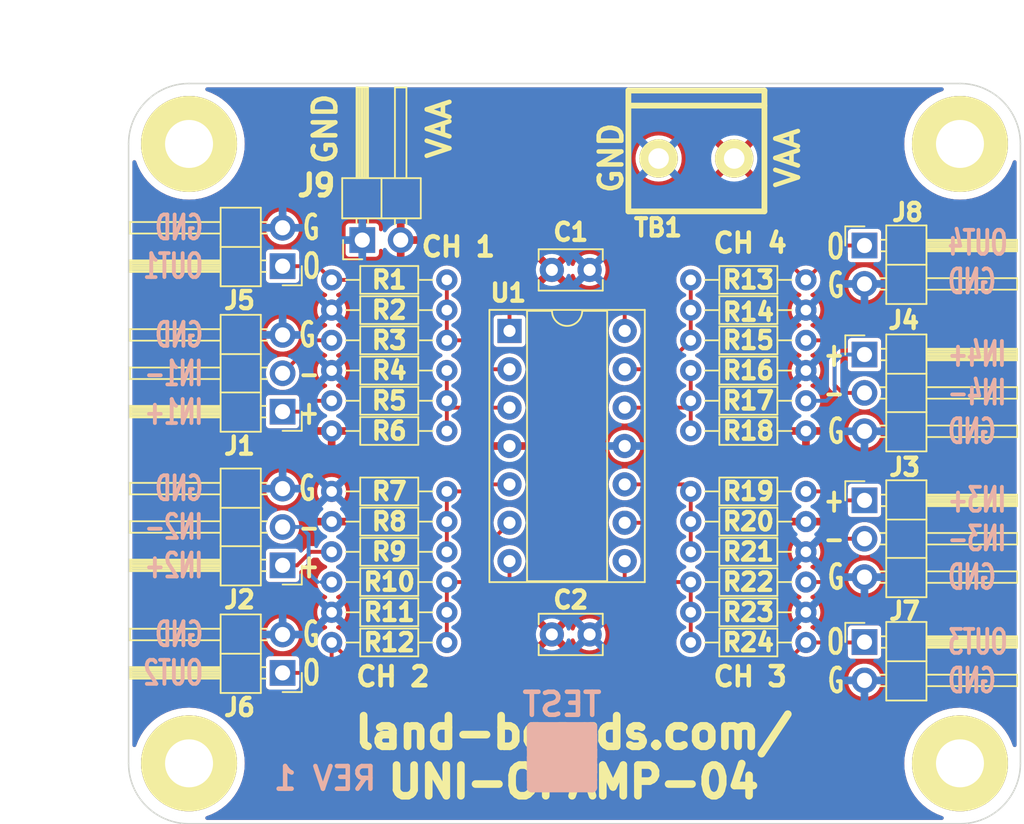
<source format=kicad_pcb>
(kicad_pcb (version 20211014) (generator pcbnew)
  (title_block (title "UNI-OPAMP-04") (date "2022-07-25") (rev "1") (company "LAND BOARDS, LLC"))
  (layers (0 "F.Cu" signal) (31 "B.Cu" signal) (36 "B.SilkS" user "B.Silkscreen") (37 "F.SilkS" user "F.Silkscreen") (38 "B.Mask" user) (39 "F.Mask" user) (44 "Edge.Cuts" user))
  (net 0 "")
  (net 1 "GND")
  (net 2 "VAA")
  (net 3 "/I1+")
  (net 4 "/I1-")
  (net 5 "/O1")
  (net 6 "/I2+")
  (net 7 "/I2-")
  (net 8 "/O2")
  (net 9 "/I3+")
  (net 10 "/I3-")
  (net 11 "/O3")
  (net 12 "/I4+")
  (net 13 "/I4-")
  (net 14 "/O4")
  (net 19 "/A2+")
  (net 20 "/A2-")
  (net 21 "/A3-")
  (net 22 "/A3+")
  (net 23 "/A4-")
  (net 24 "/A4+")
  (net 25 "/A1-")
  (net 26 "/A1+")
  (footprint "Package_DIP:DIP-14_W7.62mm_Socket" (layer "F.Cu") (at 55.2 41.375)
    (fp_text reference "U1" (at -0.082 -2.513) (layer "F.SilkS") (effects (font (size 1.143 1.143) (thickness 0.3048))))
    (fp_text value "LM324N")
    (pad "1" thru_hole rect (at 0 0) (size 1.6 1.6) (drill 0.8) (layers *.Cu *.Mask) (net 5 "/O1"))
    (pad "2" thru_hole oval (at 0 2.54) (size 1.6 1.6) (drill 0.8) (layers *.Cu *.Mask) (net 25 "/A1-"))
    (pad "3" thru_hole oval (at 0 5.08) (size 1.6 1.6) (drill 0.8) (layers *.Cu *.Mask) (net 26 "/A1+"))
    (pad "4" thru_hole oval (at 0 7.62) (size 1.6 1.6) (drill 0.8) (layers *.Cu *.Mask) (net 2 "VAA"))
    (pad "5" thru_hole oval (at 0 10.16) (size 1.6 1.6) (drill 0.8) (layers *.Cu *.Mask) (net 19 "/A2+"))
    (pad "6" thru_hole oval (at 0 12.7) (size 1.6 1.6) (drill 0.8) (layers *.Cu *.Mask) (net 20 "/A2-"))
    (pad "7" thru_hole oval (at 0 15.24) (size 1.6 1.6) (drill 0.8) (layers *.Cu *.Mask) (net 8 "/O2"))
    (pad "8" thru_hole oval (at 7.62 15.24) (size 1.6 1.6) (drill 0.8) (layers *.Cu *.Mask) (net 11 "/O3"))
    (pad "9" thru_hole oval (at 7.62 12.7) (size 1.6 1.6) (drill 0.8) (layers *.Cu *.Mask) (net 21 "/A3-"))
    (pad "10" thru_hole oval (at 7.62 10.16) (size 1.6 1.6) (drill 0.8) (layers *.Cu *.Mask) (net 22 "/A3+"))
    (pad "11" thru_hole oval (at 7.62 7.62) (size 1.6 1.6) (drill 0.8) (layers *.Cu *.Mask) (net 1 "GND"))
    (pad "12" thru_hole oval (at 7.62 5.08) (size 1.6 1.6) (drill 0.8) (layers *.Cu *.Mask) (net 24 "/A4+"))
    (pad "13" thru_hole oval (at 7.62 2.54) (size 1.6 1.6) (drill 0.8) (layers *.Cu *.Mask) (net 23 "/A4-"))
    (pad "14" thru_hole oval (at 7.62 0) (size 1.6 1.6) (drill 0.8) (layers *.Cu *.Mask) (net 14 "/O4"))
  )
  (footprint "Capacitor_THT:C_Rect_L4.0mm_W2.5mm_P2.50mm" (layer "F.Cu") (at 58 61.468)
    (fp_text reference "C2" (at 1.25 -2.286) (layer "F.SilkS") (effects (font (size 1.143 1.143) (thickness 0.3048))))
    (fp_text value "0.1uF")
    (pad "1" thru_hole circle (at 0 0) (size 1.6 1.6) (drill 0.8) (layers *.Cu *.Mask) (net 2 "VAA"))
    (pad "2" thru_hole circle (at 2.5 0) (size 1.6 1.6) (drill 0.8) (layers *.Cu *.Mask) (net 1 "GND"))
  )
  (footprint "Capacitor_THT:C_Rect_L4.0mm_W2.5mm_P2.50mm" (layer "F.Cu") (at 58 37.338)
    (fp_text reference "C1" (at 1.25 -2.5) (layer "F.SilkS") (effects (font (size 1.143 1.143) (thickness 0.3048))))
    (fp_text value "0.1uF")
    (pad "1" thru_hole circle (at 0 0) (size 1.6 1.6) (drill 0.8) (layers *.Cu *.Mask) (net 2 "VAA"))
    (pad "2" thru_hole circle (at 2.5 0) (size 1.6 1.6) (drill 0.8) (layers *.Cu *.Mask) (net 1 "GND"))
  )
  (footprint "MTG-4-40" (layer "F.Cu") (at 34 29)
    (fp_text reference "MTG4" hide)
    (fp_text value "CONN_1" hide)
    (pad "1" thru_hole circle locked (at 0 0) (size 6.35 6.35) (drill 3.175) (layers *.Cu *.Mask "F.SilkS") (clearance 0.508))
  )
  (footprint "MTG-4-40" (layer "F.Cu") (at 85 29)
    (fp_text reference "MTG3" hide)
    (fp_text value "CONN_1" hide)
    (pad "1" thru_hole circle locked (at 0 0) (size 6.35 6.35) (drill 3.175) (layers *.Cu *.Mask "F.SilkS") (clearance 0.508))
  )
  (footprint "MTG-4-40" (layer "F.Cu") (at 34 70)
    (fp_text reference "MTG2" hide)
    (fp_text value "CONN_1" hide)
    (pad "1" thru_hole circle locked (at 0 0) (size 6.35 6.35) (drill 3.175) (layers *.Cu *.Mask "F.SilkS") (clearance 0.508))
  )
  (footprint "MTG-4-40" (layer "F.Cu") (at 85 70)
    (fp_text reference "MTG1" hide)
    (fp_text value "CONN_1" hide)
    (pad "1" thru_hole circle locked (at 0 0) (size 6.35 6.35) (drill 3.175) (layers *.Cu *.Mask "F.SilkS") (clearance 0.508))
  )
  (footprint "dougsLib:TB2-5MM" (layer "F.Cu") (at 65.064 29.964)
    (fp_text reference "TB1" (at -0.04 4.58) (layer "F.SilkS") (effects (font (size 1.143 1.143) (thickness 0.3048))))
    (fp_text value "CONN_2" hide)
    (pad "1" thru_hole circle locked (at 0 0) (size 2.54 2.54) (drill 1.3589) (layers *.Cu *.Mask "F.SilkS") (net 1 "GND"))
    (pad "2" thru_hole circle locked (at 5 0) (size 2.54 2.54) (drill 1.3589) (layers *.Cu *.Mask "F.SilkS") (net 2 "VAA"))
  )
  (footprint "Resistor_THT:R_Axial_DIN0204_L3.6mm_D1.6mm_P7.62mm_Horizontal" (layer "F.Cu") (at 43.434 46)
    (fp_text reference "R5" (at 3.81 0) (layer "F.SilkS") (effects (font (size 1.143 1.143) (thickness 0.3048))))
    (fp_text value "TBD")
    (pad "1" thru_hole circle (at 0 0) (size 1.4 1.4) (drill 0.7) (layers *.Cu *.Mask) (net 3 "/I1+"))
    (pad "2" thru_hole oval (at 7.62 0) (size 1.4 1.4) (drill 0.7) (layers *.Cu *.Mask) (net 26 "/A1+"))
  )
  (footprint "Resistor_THT:R_Axial_DIN0204_L3.6mm_D1.6mm_P7.62mm_Horizontal" (layer "F.Cu") (at 43.434 44)
    (fp_text reference "R4" (at 3.81 0) (layer "F.SilkS") (effects (font (size 1.143 1.143) (thickness 0.3048))))
    (fp_text value "TBD")
    (pad "1" thru_hole circle (at 0 0) (size 1.4 1.4) (drill 0.7) (layers *.Cu *.Mask) (net 1 "GND"))
    (pad "2" thru_hole oval (at 7.62 0) (size 1.4 1.4) (drill 0.7) (layers *.Cu *.Mask) (net 26 "/A1+"))
  )
  (footprint "Resistor_THT:R_Axial_DIN0204_L3.6mm_D1.6mm_P7.62mm_Horizontal" (layer "F.Cu") (at 43.434 40)
    (fp_text reference "R2" (at 3.81 0) (layer "F.SilkS") (effects (font (size 1.143 1.143) (thickness 0.3048))))
    (fp_text value "TBD")
    (pad "1" thru_hole circle (at 0 0) (size 1.4 1.4) (drill 0.7) (layers *.Cu *.Mask) (net 1 "GND"))
    (pad "2" thru_hole oval (at 7.62 0) (size 1.4 1.4) (drill 0.7) (layers *.Cu *.Mask) (net 25 "/A1-"))
  )
  (footprint "Resistor_THT:R_Axial_DIN0204_L3.6mm_D1.6mm_P7.62mm_Horizontal" (layer "F.Cu") (at 43.434 42)
    (fp_text reference "R3" (at 3.81 0) (layer "F.SilkS") (effects (font (size 1.143 1.143) (thickness 0.3048))))
    (fp_text value "TBD")
    (pad "1" thru_hole circle (at 0 0) (size 1.4 1.4) (drill 0.7) (layers *.Cu *.Mask) (net 4 "/I1-"))
    (pad "2" thru_hole oval (at 7.62 0) (size 1.4 1.4) (drill 0.7) (layers *.Cu *.Mask) (net 25 "/A1-"))
  )
  (footprint "Resistor_THT:R_Axial_DIN0204_L3.6mm_D1.6mm_P7.62mm_Horizontal" (layer "F.Cu") (at 43.434 56)
    (fp_text reference "R9" (at 3.81 0) (layer "F.SilkS") (effects (font (size 1.143 1.143) (thickness 0.28575))))
    (fp_text value "TBD")
    (pad "1" thru_hole circle (at 0 0) (size 1.4 1.4) (drill 0.7) (layers *.Cu *.Mask) (net 6 "/I2+"))
    (pad "2" thru_hole oval (at 7.62 0) (size 1.4 1.4) (drill 0.7) (layers *.Cu *.Mask) (net 19 "/A2+"))
  )
  (footprint "Resistor_THT:R_Axial_DIN0204_L3.6mm_D1.6mm_P7.62mm_Horizontal" (layer "F.Cu") (at 43.434 52)
    (fp_text reference "R7" (at 3.81 0) (layer "F.SilkS") (effects (font (size 1.143 1.143) (thickness 0.28575))))
    (fp_text value "TBD")
    (pad "1" thru_hole circle (at 0 0) (size 1.4 1.4) (drill 0.7) (layers *.Cu *.Mask) (net 1 "GND"))
    (pad "2" thru_hole oval (at 7.62 0) (size 1.4 1.4) (drill 0.7) (layers *.Cu *.Mask) (net 19 "/A2+"))
  )
  (footprint "Resistor_THT:R_Axial_DIN0204_L3.6mm_D1.6mm_P7.62mm_Horizontal" (layer "F.Cu") (at 43.434 60)
    (fp_text reference "R11" (at 3.81 0) (layer "F.SilkS") (effects (font (size 1.143 1.143) (thickness 0.3048))))
    (fp_text value "TBD")
    (pad "1" thru_hole circle (at 0 0) (size 1.4 1.4) (drill 0.7) (layers *.Cu *.Mask) (net 1 "GND"))
    (pad "2" thru_hole oval (at 7.62 0) (size 1.4 1.4) (drill 0.7) (layers *.Cu *.Mask) (net 20 "/A2-"))
  )
  (footprint "Resistor_THT:R_Axial_DIN0204_L3.6mm_D1.6mm_P7.62mm_Horizontal" (layer "F.Cu") (at 43.434 58)
    (fp_text reference "R10" (at 3.81 0) (layer "F.SilkS") (effects (font (size 1.143 1.143) (thickness 0.28575))))
    (fp_text value "TBD")
    (pad "1" thru_hole circle (at 0 0) (size 1.4 1.4) (drill 0.7) (layers *.Cu *.Mask) (net 7 "/I2-"))
    (pad "2" thru_hole oval (at 7.62 0) (size 1.4 1.4) (drill 0.7) (layers *.Cu *.Mask) (net 20 "/A2-"))
  )
  (footprint "Resistor_THT:R_Axial_DIN0204_L3.6mm_D1.6mm_P7.62mm_Horizontal" (layer "F.Cu") (at 51.054 62 180)
    (fp_text reference "R12" (at 3.81 0 180) (layer "F.SilkS") (effects (font (size 1.143 1.143) (thickness 0.3048))))
    (fp_text value "TBD")
    (pad "1" thru_hole circle (at 0 0 180) (size 1.4 1.4) (drill 0.7) (layers *.Cu *.Mask) (net 20 "/A2-"))
    (pad "2" thru_hole oval (at 7.62 0 180) (size 1.4 1.4) (drill 0.7) (layers *.Cu *.Mask) (net 8 "/O2"))
  )
  (footprint "Resistor_THT:R_Axial_DIN0204_L3.6mm_D1.6mm_P7.62mm_Horizontal" (layer "F.Cu") (at 51.054 38 180)
    (fp_text reference "R1" (at 3.81 0 180) (layer "F.SilkS") (effects (font (size 1.143 1.143) (thickness 0.28575))))
    (fp_text value "TBD")
    (pad "1" thru_hole circle (at 0 0 180) (size 1.4 1.4) (drill 0.7) (layers *.Cu *.Mask) (net 25 "/A1-"))
    (pad "2" thru_hole oval (at 7.62 0 180) (size 1.4 1.4) (drill 0.7) (layers *.Cu *.Mask) (net 5 "/O1"))
  )
  (footprint "Resistor_THT:R_Axial_DIN0204_L3.6mm_D1.6mm_P7.62mm_Horizontal" (layer "F.Cu") (at 74.81 52 180)
    (fp_text reference "R19" (at 3.81 0) (layer "F.SilkS") (effects (font (size 1.143 1.143) (thickness 0.3048))))
    (fp_text value "TBD")
    (pad "1" thru_hole circle (at 0 0 180) (size 1.4 1.4) (drill 0.7) (layers *.Cu *.Mask) (net 9 "/I3+"))
    (pad "2" thru_hole oval (at 7.62 0 180) (size 1.4 1.4) (drill 0.7) (layers *.Cu *.Mask) (net 22 "/A3+"))
  )
  (footprint "Resistor_THT:R_Axial_DIN0204_L3.6mm_D1.6mm_P7.62mm_Horizontal" (layer "F.Cu") (at 74.81 56 180)
    (fp_text reference "R21" (at 3.81 0) (layer "F.SilkS") (effects (font (size 1.143 1.143) (thickness 0.28575))))
    (fp_text value "TBD")
    (pad "1" thru_hole circle (at 0 0 180) (size 1.4 1.4) (drill 0.7) (layers *.Cu *.Mask) (net 1 "GND"))
    (pad "2" thru_hole oval (at 7.62 0 180) (size 1.4 1.4) (drill 0.7) (layers *.Cu *.Mask) (net 22 "/A3+"))
  )
  (footprint "Resistor_THT:R_Axial_DIN0204_L3.6mm_D1.6mm_P7.62mm_Horizontal" (layer "F.Cu") (at 74.81 60 180)
    (fp_text reference "R23" (at 3.81 0) (layer "F.SilkS") (effects (font (size 1.143 1.143) (thickness 0.28575))))
    (fp_text value "TBD")
    (pad "1" thru_hole circle (at 0 0 180) (size 1.4 1.4) (drill 0.7) (layers *.Cu *.Mask) (net 1 "GND"))
    (pad "2" thru_hole oval (at 7.62 0 180) (size 1.4 1.4) (drill 0.7) (layers *.Cu *.Mask) (net 21 "/A3-"))
  )
  (footprint "Resistor_THT:R_Axial_DIN0204_L3.6mm_D1.6mm_P7.62mm_Horizontal" (layer "F.Cu") (at 74.81 58 180)
    (fp_text reference "R22" (at 3.81 0) (layer "F.SilkS") (effects (font (size 1.143 1.143) (thickness 0.28575))))
    (fp_text value "TBD")
    (pad "1" thru_hole circle (at 0 0 180) (size 1.4 1.4) (drill 0.7) (layers *.Cu *.Mask) (net 10 "/I3-"))
    (pad "2" thru_hole oval (at 7.62 0 180) (size 1.4 1.4) (drill 0.7) (layers *.Cu *.Mask) (net 21 "/A3-"))
  )
  (footprint "Resistor_THT:R_Axial_DIN0204_L3.6mm_D1.6mm_P7.62mm_Horizontal" (layer "F.Cu") (at 74.81 46 180)
    (fp_text reference "R17" (at 3.81 0) (layer "F.SilkS") (effects (font (size 1.143 1.143) (thickness 0.28575))))
    (fp_text value "TBD")
    (pad "1" thru_hole circle (at 0 0 180) (size 1.4 1.4) (drill 0.7) (layers *.Cu *.Mask) (net 12 "/I4+"))
    (pad "2" thru_hole oval (at 7.62 0 180) (size 1.4 1.4) (drill 0.7) (layers *.Cu *.Mask) (net 24 "/A4+"))
  )
  (footprint "Resistor_THT:R_Axial_DIN0204_L3.6mm_D1.6mm_P7.62mm_Horizontal" (layer "F.Cu") (at 74.81 44 180)
    (fp_text reference "R16" (at 3.81 0) (layer "F.SilkS") (effects (font (size 1.143 1.143) (thickness 0.28575))))
    (fp_text value "TBD")
    (pad "1" thru_hole circle (at 0 0 180) (size 1.4 1.4) (drill 0.7) (layers *.Cu *.Mask) (net 1 "GND"))
    (pad "2" thru_hole oval (at 7.62 0 180) (size 1.4 1.4) (drill 0.7) (layers *.Cu *.Mask) (net 24 "/A4+"))
  )
  (footprint "Resistor_THT:R_Axial_DIN0204_L3.6mm_D1.6mm_P7.62mm_Horizontal" (layer "F.Cu") (at 74.81 40 180)
    (fp_text reference "R14" (at 3.81 -0.132) (layer "F.SilkS") (effects (font (size 1.143 1.143) (thickness 0.28575))))
    (fp_text value "TBD")
    (pad "1" thru_hole circle (at 0 0 180) (size 1.4 1.4) (drill 0.7) (layers *.Cu *.Mask) (net 1 "GND"))
    (pad "2" thru_hole oval (at 7.62 0 180) (size 1.4 1.4) (drill 0.7) (layers *.Cu *.Mask) (net 23 "/A4-"))
  )
  (footprint "Resistor_THT:R_Axial_DIN0204_L3.6mm_D1.6mm_P7.62mm_Horizontal" (layer "F.Cu") (at 74.81 42 180)
    (fp_text reference "R15" (at 3.81 0) (layer "F.SilkS") (effects (font (size 1.143 1.143) (thickness 0.3048))))
    (fp_text value "TBD")
    (pad "1" thru_hole circle (at 0 0 180) (size 1.4 1.4) (drill 0.7) (layers *.Cu *.Mask) (net 13 "/I4-"))
    (pad "2" thru_hole oval (at 7.62 0 180) (size 1.4 1.4) (drill 0.7) (layers *.Cu *.Mask) (net 23 "/A4-"))
  )
  (footprint "Resistor_THT:R_Axial_DIN0204_L3.6mm_D1.6mm_P7.62mm_Horizontal" (layer "F.Cu") (at 67.19 38)
    (fp_text reference "R13" (at 3.81 0) (layer "F.SilkS") (effects (font (size 1.143 1.143) (thickness 0.3048))))
    (fp_text value "TBD")
    (pad "1" thru_hole circle (at 0 0) (size 1.4 1.4) (drill 0.7) (layers *.Cu *.Mask) (net 23 "/A4-"))
    (pad "2" thru_hole oval (at 7.62 0) (size 1.4 1.4) (drill 0.7) (layers *.Cu *.Mask) (net 14 "/O4"))
  )
  (footprint "Resistor_THT:R_Axial_DIN0204_L3.6mm_D1.6mm_P7.62mm_Horizontal" (layer "F.Cu") (at 67.19 62)
    (fp_text reference "R24" (at 3.81 0) (layer "F.SilkS") (effects (font (size 1.143 1.143) (thickness 0.28575))))
    (fp_text value "TBD")
    (pad "1" thru_hole circle (at 0 0) (size 1.4 1.4) (drill 0.7) (layers *.Cu *.Mask) (net 21 "/A3-"))
    (pad "2" thru_hole oval (at 7.62 0) (size 1.4 1.4) (drill 0.7) (layers *.Cu *.Mask) (net 11 "/O3"))
  )
  (footprint "Resistor_THT:R_Axial_DIN0204_L3.6mm_D1.6mm_P7.62mm_Horizontal" (layer "F.Cu") (at 51.054 48 180)
    (fp_text reference "R6" (at 3.81 0) (layer "F.SilkS") (effects (font (size 1.143 1.143) (thickness 0.3048))))
    (fp_text value "TBD")
    (pad "1" thru_hole circle (at 0 0 180) (size 1.4 1.4) (drill 0.7) (layers *.Cu *.Mask) (net 26 "/A1+"))
    (pad "2" thru_hole oval (at 7.62 0 180) (size 1.4 1.4) (drill 0.7) (layers *.Cu *.Mask) (net 2 "VAA"))
  )
  (footprint "Resistor_THT:R_Axial_DIN0204_L3.6mm_D1.6mm_P7.62mm_Horizontal" (layer "F.Cu") (at 51.054 54 180)
    (fp_text reference "R8" (at 3.81 0 180) (layer "F.SilkS") (effects (font (size 1.143 1.143) (thickness 0.28575))))
    (fp_text value "TBD")
    (pad "1" thru_hole circle (at 0 0 180) (size 1.4 1.4) (drill 0.7) (layers *.Cu *.Mask) (net 19 "/A2+"))
    (pad "2" thru_hole oval (at 7.62 0 180) (size 1.4 1.4) (drill 0.7) (layers *.Cu *.Mask) (net 2 "VAA"))
  )
  (footprint "Resistor_THT:R_Axial_DIN0204_L3.6mm_D1.6mm_P7.62mm_Horizontal" (layer "F.Cu") (at 67.19 54)
    (fp_text reference "R20" (at 3.81 0) (layer "F.SilkS") (effects (font (size 1.143 1.143) (thickness 0.3048))))
    (fp_text value "TBD")
    (pad "1" thru_hole circle (at 0 0) (size 1.4 1.4) (drill 0.7) (layers *.Cu *.Mask) (net 22 "/A3+"))
    (pad "2" thru_hole oval (at 7.62 0) (size 1.4 1.4) (drill 0.7) (layers *.Cu *.Mask) (net 2 "VAA"))
  )
  (footprint "Resistor_THT:R_Axial_DIN0204_L3.6mm_D1.6mm_P7.62mm_Horizontal" (layer "F.Cu") (at 67.19 48)
    (fp_text reference "R18" (at 3.81 0) (layer "F.SilkS") (effects (font (size 1.143 1.143) (thickness 0.28575))))
    (fp_text value "TBD")
    (pad "1" thru_hole circle (at 0 0) (size 1.4 1.4) (drill 0.7) (layers *.Cu *.Mask) (net 24 "/A4+"))
    (pad "2" thru_hole oval (at 7.62 0) (size 1.4 1.4) (drill 0.7) (layers *.Cu *.Mask) (net 2 "VAA"))
  )
  (footprint "Connector_PinHeader_2.54mm:PinHeader_1x02_P2.54mm_Horizontal" (layer "F.Cu") (at 45.461 35.363 90)
    (fp_text reference "J9" (at 3.613 -3.043 180) (layer "F.SilkS") (effects (font (size 1.397 1.397) (thickness 0.34925))))
    (fp_text value "CONN_01X02")
    (pad "1" thru_hole rect (at 0 0 90) (size 1.7 1.7) (drill 1) (layers *.Cu *.Mask) (net 1 "GND"))
    (pad "2" thru_hole oval (at 0 2.54 90) (size 1.7 1.7) (drill 1) (layers *.Cu *.Mask) (net 2 "VAA"))
  )
  (footprint "LandBoards_Marking:TEST_BLK-REAR" (layer "F.Cu") (at 58.674 69.596)
    (fp_text reference "TEST" (at 0 -3.5) (layer "B.SilkS") (effects (font (size 1.524 1.524) (thickness 0.3048)) (justify mirror)))
    (fp_text value "COUPON" hide)
  )
  (footprint "Connector_PinHeader_2.54mm:PinHeader_1x02_P2.54mm_Horizontal" (layer "F.Cu") (at 40.189 64.013 180)
    (fp_text reference "J6" (at 2.851 -2.281) (layer "F.SilkS") (effects (font (size 1.143 1.143) (thickness 0.28575))))
    (fp_text value "Conn_01x02")
    (pad "1" thru_hole rect (at 0 0 180) (size 1.7 1.7) (drill 1) (layers *.Cu *.Mask) (net 8 "/O2"))
    (pad "2" thru_hole oval (at 0 2.54 180) (size 1.7 1.7) (drill 1) (layers *.Cu *.Mask) (net 1 "GND"))
  )
  (footprint "Connector_PinHeader_2.54mm:PinHeader_1x02_P2.54mm_Horizontal" (layer "F.Cu") (at 78.683 35.725)
    (fp_text reference "J8" (at 2.851 -2.197) (layer "F.SilkS") (effects (font (size 1.143 1.143) (thickness 0.28575))))
    (fp_text value "Conn_01x02")
    (pad "1" thru_hole rect (at 0 0) (size 1.7 1.7) (drill 1) (layers *.Cu *.Mask) (net 14 "/O4"))
    (pad "2" thru_hole oval (at 0 2.54) (size 1.7 1.7) (drill 1) (layers *.Cu *.Mask) (net 1 "GND"))
  )
  (footprint "Connector_PinHeader_2.54mm:PinHeader_1x02_P2.54mm_Horizontal" (layer "F.Cu") (at 78.683 61.971)
    (fp_text reference "J7" (at 2.655 -2.051) (layer "F.SilkS") (effects (font (size 1.143 1.143) (thickness 0.28575))))
    (fp_text value "Conn_01x02")
    (pad "1" thru_hole rect (at 0 0) (size 1.7 1.7) (drill 1) (layers *.Cu *.Mask) (net 11 "/O3"))
    (pad "2" thru_hole oval (at 0 2.54) (size 1.7 1.7) (drill 1) (layers *.Cu *.Mask) (net 1 "GND"))
  )
  (footprint "Connector_PinHeader_2.54mm:PinHeader_1x03_P2.54mm_Horizontal" (layer "F.Cu") (at 40.189 46.721 180)
    (fp_text reference "J1" (at 2.851 -2.27) (layer "F.SilkS") (effects (font (size 1.143 1.143) (thickness 0.3048))))
    (fp_text value "Conn_01x03")
    (pad "1" thru_hole rect (at 0 0 180) (size 1.7 1.7) (drill 1) (layers *.Cu *.Mask) (net 3 "/I1+"))
    (pad "2" thru_hole oval (at 0 2.54 180) (size 1.7 1.7) (drill 1) (layers *.Cu *.Mask) (net 4 "/I1-"))
    (pad "3" thru_hole oval (at 0 5.08 180) (size 1.7 1.7) (drill 1) (layers *.Cu *.Mask) (net 1 "GND"))
  )
  (footprint "Connector_PinHeader_2.54mm:PinHeader_1x02_P2.54mm_Horizontal" (layer "F.Cu") (at 40.189 37.089 180)
    (fp_text reference "J5" (at 2.851 -2.27) (layer "F.SilkS") (effects (font (size 1.143 1.143) (thickness 0.28575))))
    (fp_text value "Conn_01x02")
    (pad "1" thru_hole rect (at 0 0 180) (size 1.7 1.7) (drill 1) (layers *.Cu *.Mask) (net 5 "/O1"))
    (pad "2" thru_hole oval (at 0 2.54 180) (size 1.7 1.7) (drill 1) (layers *.Cu *.Mask) (net 1 "GND"))
  )
  (footprint "Connector_PinHeader_2.54mm:PinHeader_1x03_P2.54mm_Horizontal" (layer "F.Cu") (at 78.683 52.593)
    (fp_text reference "J3" (at 2.655 -2.199) (layer "F.SilkS") (effects (font (size 1.143 1.143) (thickness 0.3048))))
    (fp_text value "Conn_01x03")
    (pad "1" thru_hole rect (at 0 0) (size 1.7 1.7) (drill 1) (layers *.Cu *.Mask) (net 9 "/I3+"))
    (pad "2" thru_hole oval (at 0 2.54) (size 1.7 1.7) (drill 1) (layers *.Cu *.Mask) (net 10 "/I3-"))
    (pad "3" thru_hole oval (at 0 5.08) (size 1.7 1.7) (drill 1) (layers *.Cu *.Mask) (net 1 "GND"))
  )
  (footprint "Connector_PinHeader_2.54mm:PinHeader_1x03_P2.54mm_Horizontal" (layer "F.Cu") (at 40.189 56.896 180)
    (fp_text reference "J2" (at 2.851 -2.27) (layer "F.SilkS") (effects (font (size 1.143 1.143) (thickness 0.3048))))
    (fp_text value "Conn_01x03")
    (pad "1" thru_hole rect (at 0 0 180) (size 1.7 1.7) (drill 1) (layers *.Cu *.Mask) (net 6 "/I2+"))
    (pad "2" thru_hole oval (at 0 2.54 180) (size 1.7 1.7) (drill 1) (layers *.Cu *.Mask) (net 7 "/I2-"))
    (pad "3" thru_hole oval (at 0 5.08 180) (size 1.7 1.7) (drill 1) (layers *.Cu *.Mask) (net 1 "GND"))
  )
  (footprint "Connector_PinHeader_2.54mm:PinHeader_1x03_P2.54mm_Horizontal" (layer "F.Cu") (at 78.683 42.941)
    (fp_text reference "J4" (at 2.597 -2.27) (layer "F.SilkS") (effects (font (size 1.143 1.143) (thickness 0.3048))))
    (fp_text value "Conn_01x03")
    (pad "1" thru_hole rect (at 0 0) (size 1.7 1.7) (drill 1) (layers *.Cu *.Mask) (net 12 "/I4+"))
    (pad "2" thru_hole oval (at 0 2.54) (size 1.7 1.7) (drill 1) (layers *.Cu *.Mask) (net 13 "/I4-"))
    (pad "3" thru_hole oval (at 0 5.08) (size 1.7 1.7) (drill 1) (layers *.Cu *.Mask) (net 1 "GND"))
  )
  (gr_line (start 34 25) (end 85 25) (layer "Edge.Cuts") (width 0.1))
  (gr_arc (start 89 70) (mid 87.828427 72.828427) (end 85 74) (layer "Edge.Cuts") (width 0.1))
  (gr_arc (start 85 25) (mid 87.828427 26.171573) (end 89 29) (layer "Edge.Cuts") (width 0.1))
  (gr_arc (start 30 29) (mid 31.171573 26.171573) (end 34 25) (layer "Edge.Cuts") (width 0.1))
  (gr_line (start 89 29) (end 89 70) (layer "Edge.Cuts") (width 0.1))
  (gr_arc (start 34 74) (mid 31.171573 72.828427) (end 30 70) (layer "Edge.Cuts") (width 0.1))
  (gr_line (start 85 74) (end 34 74) (layer "Edge.Cuts") (width 0.1))
  (gr_line (start 30 70) (end 30 29) (layer "Edge.Cuts") (width 0.1))
  (gr_text "GND\nIN1-\nIN1+" (at 35.052 44.196) (layer "B.SilkS") (effects (font (size 1.5875 1.016) (thickness 0.254)) (justify left mirror)))
  (gr_text "GND\nOUT2" (at 35.052 62.738) (layer "B.SilkS") (effects (font (size 1.5875 1.016) (thickness 0.254)) (justify left mirror)))
  (gr_text "IN3+\nIN3-\nGND" (at 84.074 55.118) (layer "B.SilkS") (effects (font (size 1.5875 1.016) (thickness 0.254)) (justify right mirror)))
  (gr_text "OUT3\nGND" (at 84.074 63.246) (layer "B.SilkS") (effects (font (size 1.5875 1.016) (thickness 0.254)) (justify right mirror)))
  (gr_text "REV 1" (at 43 71) (layer "B.SilkS") (effects (font (size 1.5 1.5) (thickness 0.3)) (justify mirror)))
  (gr_text "IN4+\nIN4-\nGND" (at 84.074 45.466) (layer "B.SilkS") (effects (font (size 1.5875 1.016) (thickness 0.254)) (justify right mirror)))
  (gr_text "GND\nOUT1" (at 35.052 35.814) (layer "B.SilkS") (effects (font (size 1.5875 1.016) (thickness 0.254)) (justify left mirror)))
  (gr_text "OUT4\nGND" (at 84.074 36.83) (layer "B.SilkS") (effects (font (size 1.5875 1.016) (thickness 0.254)) (justify right mirror)))
  (gr_text "GND\nIN2-\nIN2+" (at 35.052 54.356) (layer "B.SilkS") (effects (font (size 1.5875 1.016) (thickness 0.254)) (justify left mirror)))
  (gr_text "G\n-\n+" (at 41.148 54.356) (layer "F.SilkS") (effects (font (size 1.5875 1.016) (thickness 0.254)) (justify left)))
  (gr_text "G\nO" (at 41.402 35.814) (layer "F.SilkS") (effects (font (size 1.5875 1.016) (thickness 0.254)) (justify left)))
  (gr_text "O\nG" (at 77.47 37.084) (layer "F.SilkS") (effects (font (size 1.5875 1.016) (thickness 0.254)) (justify right)))
  (gr_text "G\n-\n+" (at 41.148 44.196) (layer "F.SilkS") (effects (font (size 1.5875 1.016) (thickness 0.254)) (justify left)))
  (gr_text "G\nO" (at 41.402 62.738) (layer "F.SilkS") (effects (font (size 1.5875 1.016) (thickness 0.254)) (justify left)))
  (gr_text "VAA" (at 73.604 29.928 90) (layer "F.SilkS") (effects (font (size 1.5 1.5) (thickness 0.3))))
  (gr_text "+\n-\nG" (at 77.47 45.466) (layer "F.SilkS") (effects (font (size 1.5875 1.016) (thickness 0.254)) (justify right)))
  (gr_text "CH 4" (at 71.12 35.56) (layer "F.SilkS") (effects (font (size 1.27 1.27) (thickness 0.3))))
  (gr_text "CH 3" (at 71.12 64.262) (layer "F.SilkS") (effects (font (size 1.27 1.27) (thickness 0.3))))
  (gr_text "CH 1" (at 51.816 35.814) (layer "F.SilkS") (effects (font (size 1.27 1.27) (thickness 0.3))))
  (gr_text "land-boards.com/\nUNI-OPAMP-04" (at 59.436 69.596) (layer "F.SilkS") (effects (font (size 2.032 2.032) (thickness 0.508))))
  (gr_text "+\n-\nG" (at 77.47 55.118) (layer "F.SilkS") (effects (font (size 1.5875 1.016) (thickness 0.254)) (justify right)))
  (gr_text "CH 2" (at 47.488 64.262) (layer "F.SilkS") (effects (font (size 1.27 1.27) (thickness 0.3))))
  (gr_text "GND" (at 61.92 29.928 90) (layer "F.SilkS") (effects (font (size 1.5 1.5) (thickness 0.3))))
  (gr_text "GND" (at 43 28 90) (layer "F.SilkS") (effects (font (size 1.5 1.5) (thickness 0.3))))
  (gr_text "VAA" (at 50.546 28 90) (layer "F.SilkS") (effects (font (size 1.5 1.5) (thickness 0.3))))
  (gr_text "O\nG" (at 77.47 63.246) (layer "F.SilkS") (effects (font (size 1.5875 1.016) (thickness 0.254)) (justify right)))
  (segment (start 40.189 46.721) (end 41.417 46.721) (width 0.254) (layer "F.Cu") (net 3))
  (segment (start 42.138 46) (end 41.417 46.721) (width 0.254) (layer "F.Cu") (net 3))
  (segment (start 43.434 46) (end 42.138 46) (width 0.254) (layer "F.Cu") (net 3))
  (segment (start 43.434 42) (end 42.37 42) (width 0.254) (layer "F.Cu") (net 4))
  (segment (start 42.37 42) (end 40.189 44.181) (width 0.254) (layer "F.Cu") (net 4))
  (segment (start 55.2 39.452) (end 55.2 41.375) (width 0.254) (layer "F.Cu") (net 5))
  (segment (start 50.038 36.322) (end 52.07 36.322) (width 0.254) (layer "F.Cu") (net 5))
  (segment (start 48.36 38) (end 50.038 36.322) (width 0.254) (layer "F.Cu") (net 5))
  (segment (start 42.523 37.089) (end 43.434 38) (width 0.254) (layer "F.Cu") (net 5))
  (segment (start 52.07 36.322) (end 55.2 39.452) (width 0.254) (layer "F.Cu") (net 5))
  (segment (start 43.434 38) (end 48.36 38) (width 0.254) (layer "F.Cu") (net 5))
  (segment (start 40.189 37.089) (end 42.279 37.089) (width 0.254) (layer "F.Cu") (net 5))
  (segment (start 41.148 56.896) (end 40.189 56.896) (width 0.254) (layer "F.Cu") (net 6))
  (segment (start 43.434 56) (end 42.044 56) (width 0.254) (layer "F.Cu") (net 6))
  (segment (start 42.044 56) (end 41.148 56.896) (width 0.254) (layer "F.Cu") (net 6))
  (segment (start 41.91 54.864) (end 41.402 54.356) (width 0.254) (layer "B.Cu") (net 7))
  (segment (start 43.434 58) (end 42.75 58) (width 0.254) (layer "B.Cu") (net 7))
  (segment (start 42.506 58) (end 41.91 57.404) (width 0.254) (layer "B.Cu") (net 7))
  (segment (start 41.402 54.356) (end 40.189 54.356) (width 0.254) (layer "B.Cu") (net 7))
  (segment (start 41.91 57.404) (end 41.91 54.864) (width 0.254) (layer "B.Cu") (net 7))
  (segment (start 43.434 63.236) (end 43.434 62) (width 0.254) (layer "F.Cu") (net 8))
  (segment (start 45.188 63.754) (end 51.816 63.754) (width 0.254) (layer "F.Cu") (net 8))
  (segment (start 51.816 63.754) (end 55.2 60.37) (width 0.254) (layer "F.Cu") (net 8))
  (segment (start 42.657 64.013) (end 43.434 63.236) (width 0.254) (layer "F.Cu") (net 8))
  (segment (start 40.189 64.013) (end 42.413 64.013) (width 0.254) (layer "F.Cu") (net 8))
  (segment (start 55.2 60.37) (end 55.2 56.615) (width 0.254) (layer "F.Cu") (net 8))
  (segment (start 43.434 62) (end 45.188 63.754) (width 0.254) (layer "F.Cu") (net 8))
  (segment (start 76.354 52) (end 76.947 52.593) (width 0.254) (layer "F.Cu") (net 9))
  (segment (start 78.683 52.593) (end 76.947 52.593) (width 0.254) (layer "F.Cu") (net 9))
  (segment (start 74.81 52) (end 76.354 52) (width 0.254) (layer "F.Cu") (net 9))
  (segment (start 77.455 55.133) (end 78.683 55.133) (width 0.254) (layer "F.Cu") (net 10))
  (segment (start 76.708 55.88) (end 77.455 55.133) (width 0.254) (layer "F.Cu") (net 10))
  (segment (start 76 58) (end 74.81 58) (width 0.254) (layer "F.Cu") (net 10))
  (segment (start 76.708 55.88) (end 76.708 57.292) (width 0.254) (layer "F.Cu") (net 10))
  (segment (start 76.708 57.292) (end 76 58) (width 0.254) (layer "F.Cu") (net 10))
  (segment (start 74.81 62) (end 73.31 63.5) (width 0.254) (layer "F.Cu") (net 11))
  (segment (start 62.82 56.615) (end 62.82 59.772) (width 0.254) (layer "F.Cu") (net 11))
  (segment (start 73.31 63.5) (end 66.548 63.5) (width 0.254) (layer "F.Cu") (net 11))
  (segment (start 74.81 62) (end 78.654 62) (width 0.254) (layer "F.Cu") (net 11))
  (segment (start 66.548 63.5) (end 62.82 59.772) (width 0.254) (layer "F.Cu") (net 11))
  (segment (start 78.654 62) (end 78.683 61.971) (width 0.254) (layer "F.Cu") (net 11))
  (segment (start 74.81 46) (end 76.174 46) (width 0.254) (layer "B.Cu") (net 12))
  (segment (start 77.201 42.941) (end 78.683 42.941) (width 0.254) (layer "B.Cu") (net 12))
  (segment (start 76.174 46) (end 76.708 45.466) (width 0.254) (layer "B.Cu") (net 12))
  (segment (start 76.708 43.434) (end 77.201 42.941) (width 0.254) (layer "B.Cu") (net 12))
  (segment (start 76.708 45.466) (end 76.708 43.434) (width 0.254) (layer "B.Cu") (net 12))
  (segment (start 77.231 45.481) (end 78.937 45.481) (width 0.254) (layer "F.Cu") (net 13))
  (segment (start 76.708 44.958) (end 77.231 45.481) (width 0.254) (layer "F.Cu") (net 13))
  (segment (start 76.708 42.708) (end 76 42) (width 0.254) (layer "F.Cu") (net 13))
  (segment (start 76 42) (end 74.81 42) (width 0.254) (layer "F.Cu") (net 13))
  (segment (start 76.708 44.958) (end 76.708 42.708) (width 0.254) (layer "F.Cu") (net 13))
  (segment (start 78.937 35.725) (end 77.085 35.725) (width 0.254) (layer "F.Cu") (net 14))
  (segment (start 66.294 36.322) (end 62.82 39.796) (width 0.254) (layer "F.Cu") (net 14))
  (segment (start 77.085 35.725) (end 74.81 38) (width 0.254) (layer "F.Cu") (net 14))
  (segment (start 73.132 36.322) (end 66.294 36.322) (width 0.254) (layer "F.Cu") (net 14))
  (segment (start 74.81 38) (end 73.132 36.322) (width 0.254) (layer "F.Cu") (net 14))
  (segment (start 62.82 39.796) (end 62.82 41.375) (width 0.254) (layer "F.Cu") (net 14))
  (segment (start 51.054 52) (end 51.054 54) (width 0.254) (layer "F.Cu") (net 19))
  (segment (start 53.465 51.535) (end 55.2 51.535) (width 0.254) (layer "F.Cu") (net 19))
  (segment (start 51.054 56) (end 51.054 54) (width 0.254) (layer "F.Cu") (net 19))
  (segment (start 50.81 52) (end 53 52) (width 0.254) (layer "F.Cu") (net 19))
  (segment (start 53 52) (end 53.465 51.535) (width 0.254) (layer "F.Cu") (net 19))
  (segment (start 55.2 54.075) (end 52.832 56.443) (width 0.254) (layer "F.Cu") (net 20))
  (segment (start 52.832 57.404) (end 52.832 56.443) (width 0.254) (layer "F.Cu") (net 20))
  (segment (start 51.054 58) (end 51.054 60) (width 0.254) (layer "F.Cu") (net 20))
  (segment (start 52.236 58) (end 52.832 57.404) (width 0.254) (layer "F.Cu") (net 20))
  (segment (start 51.054 58) (end 52.236 58) (width 0.254) (layer "F.Cu") (net 20))
  (segment (start 51.054 62) (end 51.054 60) (width 0.254) (layer "F.Cu") (net 20))
  (segment (start 67.19 62) (end 67.19 60) (width 0.254) (layer "F.Cu") (net 21))
  (segment (start 67.19 58) (end 65.62 58) (width 0.254) (layer "F.Cu") (net 21))
  (segment (start 65.278 57.658) (end 65.278 54.61) (width 0.254) (layer "F.Cu") (net 21))
  (segment (start 64.743 54.075) (end 62.82 54.075) (width 0.254) (layer "F.Cu") (net 21))
  (segment (start 65.62 58) (end 65.278 57.658) (width 0.254) (layer "F.Cu") (net 21))
  (segment (start 67.19 60) (end 67.19 58) (width 0.254) (layer "F.Cu") (net 21))
  (segment (start 65.278 54.61) (end 64.743 54.075) (width 0.254) (layer "F.Cu") (net 21))
  (segment (start 67.19 52) (end 67.19 54) (width 0.254) (layer "F.Cu") (net 22))
  (segment (start 66.725 51.535) (end 67.19 52) (width 0.254) (layer "F.Cu") (net 22))
  (segment (start 62.82 51.535) (end 66.725 51.535) (width 0.254) (layer "F.Cu") (net 22))
  (segment (start 67.19 56) (end 67.19 54) (width 0.254) (layer "F.Cu") (net 22))
  (segment (start 67.19 40) (end 67.19 42) (width 0.254) (layer "F.Cu") (net 23))
  (segment (start 62.82 43.915) (end 65.275 43.915) (width 0.254) (layer "F.Cu") (net 23))
  (segment (start 67.19 38) (end 67.19 40) (width 0.254) (layer "F.Cu") (net 23))
  (segment (start 65.275 43.915) (end 67.19 42) (width 0.254) (layer "F.Cu") (net 23))
  (segment (start 62.82 46.455) (end 66.735 46.455) (width 0.254) (layer "F.Cu") (net 24))
  (segment (start 66.735 46.455) (end 67.19 46) (width 0.254) (layer "F.Cu") (net 24))
  (segment (start 67.19 44) (end 67.19 46) (width 0.254) (layer "F.Cu") (net 24))
  (segment (start 67.19 48) (end 67.19 46) (width 0.254) (layer "F.Cu") (net 24))
  (segment (start 55.2 43.915) (end 53.313 43.915) (width 0.254) (layer "F.Cu") (net 25))
  (segment (start 52.832 42.418) (end 52.414 42) (width 0.254) (layer "F.Cu") (net 25))
  (segment (start 51.054 38) (end 51.054 40) (width 0.254) (layer "F.Cu") (net 25))
  (segment (start 53.313 43.915) (end 52.832 43.434) (width 0.254) (layer "F.Cu") (net 25))
  (segment (start 52.832 43.434) (end 52.832 42.418) (width 0.254) (layer "F.Cu") (net 25))
  (segment (start 52.414 42) (end 50.81 42) (width 0.254) (layer "F.Cu") (net 25))
  (segment (start 51.054 42) (end 51.054 40) (width 0.254) (layer "F.Cu") (net 25))
  (segment (start 51.509 46.455) (end 51.054 46) (width 0.254) (layer "F.Cu") (net 26))
  (segment (start 55.2 46.455) (end 51.265 46.455) (width 0.254) (layer "F.Cu") (net 26))
  (segment (start 51.054 48) (end 51.054 46) (width 0.254) (layer "F.Cu") (net 26))
  (segment (start 51.054 44) (end 51.054 46) (width 0.254) (layer "F.Cu") (net 26))
  (zone (net 2) (net_name "VAA") (layer "F.Cu") (connect_pads (clearance 0.254)) (min_thickness 0.254) (fill yes (thermal_gap 0.508) (thermal_bridge_width 0.508))
    (polygon (pts (xy 33.81 25) (xy 86 25) (xy 89 28) (xy 89 70.085) (xy 84.836 73.895) (xy 33.81 73.895) (xy 30 70.085) (xy 30 28.81)))
  )
  (zone (net 1) (net_name "GND") (layer "B.Cu") (connect_pads (clearance 0.254)) (min_thickness 0.254) (fill yes (thermal_gap 0.508) (thermal_bridge_width 0.508))
    (polygon (pts (xy 30 70) (xy 30 29) (xy 34 25) (xy 85.09 25) (xy 89 29) (xy 89 71) (xy 84.836 74) (xy 34 74)))
  )
)
</source>
